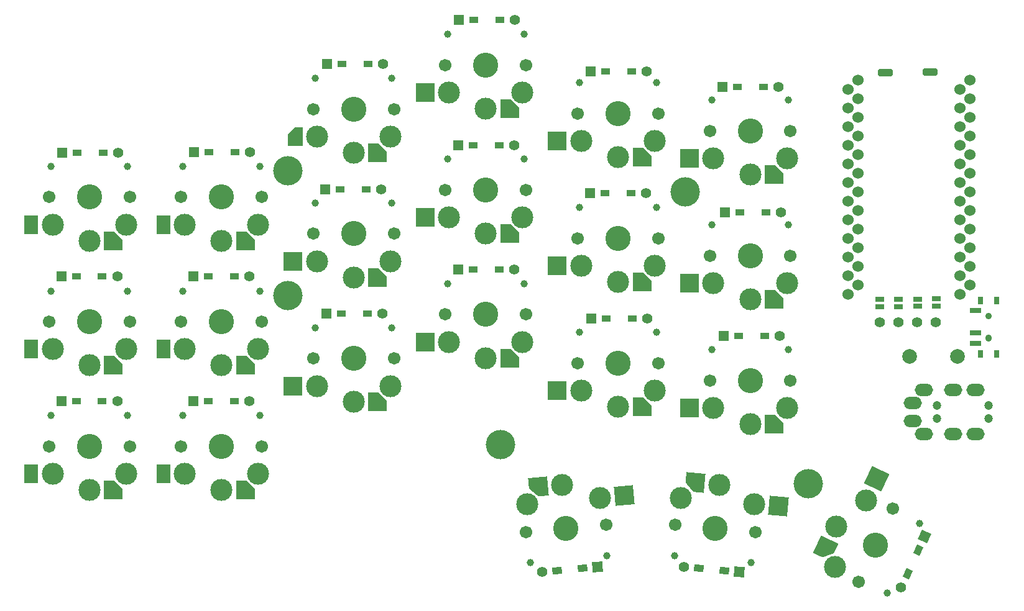
<source format=gbs>
%TF.GenerationSoftware,KiCad,Pcbnew,6.0.8-f2edbf62ab~116~ubuntu22.04.1*%
%TF.CreationDate,2022-10-26T10:02:15+11:00*%
%TF.ProjectId,banach,62616e61-6368-42e6-9b69-6361645f7063,rev1.0*%
%TF.SameCoordinates,Original*%
%TF.FileFunction,Soldermask,Bot*%
%TF.FilePolarity,Negative*%
%FSLAX46Y46*%
G04 Gerber Fmt 4.6, Leading zero omitted, Abs format (unit mm)*
G04 Created by KiCad (PCBNEW 6.0.8-f2edbf62ab~116~ubuntu22.04.1) date 2022-10-26 10:02:15*
%MOMM*%
%LPD*%
G01*
G04 APERTURE LIST*
G04 Aperture macros list*
%AMRoundRect*
0 Rectangle with rounded corners*
0 $1 Rounding radius*
0 $2 $3 $4 $5 $6 $7 $8 $9 X,Y pos of 4 corners*
0 Add a 4 corners polygon primitive as box body*
4,1,4,$2,$3,$4,$5,$6,$7,$8,$9,$2,$3,0*
0 Add four circle primitives for the rounded corners*
1,1,$1+$1,$2,$3*
1,1,$1+$1,$4,$5*
1,1,$1+$1,$6,$7*
1,1,$1+$1,$8,$9*
0 Add four rect primitives between the rounded corners*
20,1,$1+$1,$2,$3,$4,$5,0*
20,1,$1+$1,$4,$5,$6,$7,0*
20,1,$1+$1,$6,$7,$8,$9,0*
20,1,$1+$1,$8,$9,$2,$3,0*%
%AMRotRect*
0 Rectangle, with rotation*
0 The origin of the aperture is its center*
0 $1 length*
0 $2 width*
0 $3 Rotation angle, in degrees counterclockwise*
0 Add horizontal line*
21,1,$1,$2,0,0,$3*%
%AMOutline5P*
0 Free polygon, 5 corners , with rotation*
0 The origin of the aperture is its center*
0 number of corners: always 5*
0 $1 to $10 corner X, Y*
0 $11 Rotation angle, in degrees counterclockwise*
0 create outline with 5 corners*
4,1,5,$1,$2,$3,$4,$5,$6,$7,$8,$9,$10,$1,$2,$11*%
%AMOutline6P*
0 Free polygon, 6 corners , with rotation*
0 The origin of the aperture is its center*
0 number of corners: always 6*
0 $1 to $12 corner X, Y*
0 $13 Rotation angle, in degrees counterclockwise*
0 create outline with 6 corners*
4,1,6,$1,$2,$3,$4,$5,$6,$7,$8,$9,$10,$11,$12,$1,$2,$13*%
%AMOutline7P*
0 Free polygon, 7 corners , with rotation*
0 The origin of the aperture is its center*
0 number of corners: always 7*
0 $1 to $14 corner X, Y*
0 $15 Rotation angle, in degrees counterclockwise*
0 create outline with 7 corners*
4,1,7,$1,$2,$3,$4,$5,$6,$7,$8,$9,$10,$11,$12,$13,$14,$1,$2,$15*%
%AMOutline8P*
0 Free polygon, 8 corners , with rotation*
0 The origin of the aperture is its center*
0 number of corners: always 8*
0 $1 to $16 corner X, Y*
0 $17 Rotation angle, in degrees counterclockwise*
0 create outline with 8 corners*
4,1,8,$1,$2,$3,$4,$5,$6,$7,$8,$9,$10,$11,$12,$13,$14,$15,$16,$1,$2,$17*%
G04 Aperture macros list end*
%ADD10R,1.397000X1.397000*%
%ADD11R,1.300000X0.950000*%
%ADD12C,1.397000*%
%ADD13RotRect,1.300000X0.950000X185.000000*%
%ADD14RotRect,1.397000X1.397000X185.000000*%
%ADD15RotRect,1.300000X0.950000X175.000000*%
%ADD16RotRect,1.397000X1.397000X175.000000*%
%ADD17RotRect,1.300000X0.950000X245.000000*%
%ADD18RotRect,1.397000X1.397000X245.000000*%
%ADD19C,1.200000*%
%ADD20O,2.500000X1.700000*%
%ADD21C,1.701800*%
%ADD22C,3.429000*%
%ADD23C,3.000000*%
%ADD24C,0.990600*%
%ADD25Outline5P,-1.300000X1.300000X0.130000X1.300000X1.300000X0.130000X1.300000X-1.300000X-1.300000X-1.300000X0.000000*%
%ADD26R,1.875000X2.600000*%
%ADD27Outline5P,-1.025000X0.275000X0.000000X1.300000X1.025000X1.300000X1.025000X-1.300000X-1.025000X-1.300000X0.000000*%
%ADD28R,2.600000X2.600000*%
%ADD29Outline5P,-1.300000X1.300000X0.130000X1.300000X1.300000X0.130000X1.300000X-1.300000X-1.300000X-1.300000X185.000000*%
%ADD30RotRect,2.600000X2.600000X185.000000*%
%ADD31RotRect,2.600000X2.600000X175.000000*%
%ADD32Outline5P,-1.300000X1.300000X0.130000X1.300000X1.300000X0.130000X1.300000X-1.300000X-1.300000X-1.300000X175.000000*%
%ADD33RotRect,2.600000X2.600000X245.000000*%
%ADD34Outline5P,-1.300000X1.300000X0.130000X1.300000X1.300000X0.130000X1.300000X-1.300000X-1.300000X-1.300000X245.000000*%
%ADD35C,1.524000*%
%ADD36C,2.000000*%
%ADD37C,0.900000*%
%ADD38R,1.850000X2.600000*%
%ADD39R,1.143000X0.635000*%
%ADD40R,0.800000X1.000000*%
%ADD41R,1.500000X0.700000*%
%ADD42RoundRect,0.250000X-0.750000X0.250000X-0.750000X-0.250000X0.750000X-0.250000X0.750000X0.250000X0*%
%ADD43C,4.000000*%
G04 APERTURE END LIST*
D10*
%TO.C,D2*%
X82194400Y-64312800D03*
D11*
X84229400Y-64312800D03*
X87779400Y-64312800D03*
D12*
X89814400Y-64312800D03*
%TD*%
D10*
%TO.C,D3*%
X100279200Y-52273200D03*
D11*
X102314200Y-52273200D03*
D12*
X107899200Y-52273200D03*
D11*
X105864200Y-52273200D03*
%TD*%
D10*
%TO.C,D4*%
X118262400Y-46228000D03*
D11*
X120297400Y-46228000D03*
D12*
X125882400Y-46228000D03*
D11*
X123847400Y-46228000D03*
%TD*%
%TO.C,D5*%
X138229800Y-53289200D03*
D10*
X136194800Y-53289200D03*
D11*
X141779800Y-53289200D03*
D12*
X143814800Y-53289200D03*
%TD*%
D10*
%TO.C,D6*%
X154178000Y-55422800D03*
D11*
X156213000Y-55422800D03*
X159763000Y-55422800D03*
D12*
X161798000Y-55422800D03*
%TD*%
D10*
%TO.C,D8*%
X82092800Y-81229200D03*
D11*
X84127800Y-81229200D03*
D12*
X89712800Y-81229200D03*
D11*
X87677800Y-81229200D03*
%TD*%
D10*
%TO.C,D9*%
X100076000Y-69342000D03*
D11*
X102111000Y-69342000D03*
D12*
X107696000Y-69342000D03*
D11*
X105661000Y-69342000D03*
%TD*%
%TO.C,D10*%
X120195800Y-63347600D03*
D10*
X118160800Y-63347600D03*
D11*
X123745800Y-63347600D03*
D12*
X125780800Y-63347600D03*
%TD*%
D11*
%TO.C,D11*%
X138179000Y-69900800D03*
D10*
X136144000Y-69900800D03*
D12*
X143764000Y-69900800D03*
D11*
X141729000Y-69900800D03*
%TD*%
%TO.C,D12*%
X156517800Y-72491600D03*
D10*
X154482800Y-72491600D03*
D11*
X160067800Y-72491600D03*
D12*
X162102800Y-72491600D03*
%TD*%
D10*
%TO.C,D14*%
X82092800Y-98247200D03*
D11*
X84127800Y-98247200D03*
D12*
X89712800Y-98247200D03*
D11*
X87677800Y-98247200D03*
%TD*%
D10*
%TO.C,D15*%
X100177600Y-86309200D03*
D11*
X102212600Y-86309200D03*
D12*
X107797600Y-86309200D03*
D11*
X105762600Y-86309200D03*
%TD*%
D10*
%TO.C,D16*%
X118160800Y-80314800D03*
D11*
X120195800Y-80314800D03*
X123745800Y-80314800D03*
D12*
X125780800Y-80314800D03*
%TD*%
D10*
%TO.C,D17*%
X136245600Y-86969600D03*
D11*
X138280600Y-86969600D03*
D12*
X143865600Y-86969600D03*
D11*
X141830600Y-86969600D03*
%TD*%
%TO.C,D18*%
X156314600Y-89357200D03*
D10*
X154279600Y-89357200D03*
D11*
X159864600Y-89357200D03*
D12*
X161899600Y-89357200D03*
%TD*%
D13*
%TO.C,D19*%
X135118246Y-121003299D03*
D14*
X137145502Y-120825937D03*
D13*
X131581754Y-121312701D03*
D12*
X129554498Y-121490063D03*
%TD*%
D15*
%TO.C,D20*%
X154422246Y-121312701D03*
D16*
X156449502Y-121490063D03*
D12*
X148858498Y-120825937D03*
D15*
X150885754Y-121003299D03*
%TD*%
D12*
%TO.C,D21*%
X178475824Y-123595033D03*
D17*
X179335853Y-121750696D03*
X180836147Y-118533304D03*
D18*
X181696176Y-116688967D03*
%TD*%
D19*
%TO.C,J1*%
X190362600Y-98820000D03*
X183362600Y-98820000D03*
X190362600Y-100570000D03*
X183362600Y-100570000D03*
D20*
X180062600Y-100920000D03*
X180062600Y-98470000D03*
X188562600Y-102670000D03*
X188562600Y-96720000D03*
X185562600Y-96720000D03*
X185562600Y-102670000D03*
X181562600Y-96720000D03*
X181562600Y-102670000D03*
%TD*%
D21*
%TO.C,SW2*%
X91410000Y-70400000D03*
D22*
X85910000Y-70400000D03*
D23*
X80910000Y-74150000D03*
D24*
X91130000Y-66200000D03*
D23*
X85910000Y-76350000D03*
D24*
X80690000Y-66200000D03*
D21*
X80410000Y-70400000D03*
D23*
X90910000Y-74150000D03*
D25*
X89185000Y-76350000D03*
D26*
X78010000Y-74150000D03*
%TD*%
D24*
%TO.C,SW3*%
X98690000Y-54200000D03*
D21*
X109410000Y-58400000D03*
D23*
X103910000Y-64350000D03*
D24*
X109130000Y-54200000D03*
D23*
X98910000Y-62150000D03*
D22*
X103910000Y-58400000D03*
D23*
X108910000Y-62150000D03*
D21*
X98410000Y-58400000D03*
D25*
X107185000Y-64350000D03*
D27*
X95960000Y-62150000D03*
%TD*%
D22*
%TO.C,SW4*%
X121910000Y-52400000D03*
D21*
X116410000Y-52400000D03*
D24*
X127130000Y-48200000D03*
D23*
X121910000Y-58350000D03*
X116910000Y-56150000D03*
D24*
X116690000Y-48200000D03*
D21*
X127410000Y-52400000D03*
D23*
X126910000Y-56150000D03*
D25*
X125185000Y-58350000D03*
D28*
X113635000Y-56150000D03*
%TD*%
D21*
%TO.C,SW5*%
X145410000Y-59020000D03*
D23*
X134910000Y-62770000D03*
X139910000Y-64970000D03*
D24*
X134690000Y-54820000D03*
D22*
X139910000Y-59020000D03*
D24*
X145130000Y-54820000D03*
D21*
X134410000Y-59020000D03*
D23*
X144910000Y-62770000D03*
D25*
X143185000Y-64970000D03*
D28*
X131635000Y-62770000D03*
%TD*%
D23*
%TO.C,SW6*%
X152910000Y-65150000D03*
X157910000Y-67350000D03*
D24*
X152690000Y-57200000D03*
D22*
X157910000Y-61400000D03*
D21*
X152410000Y-61400000D03*
X163410000Y-61400000D03*
D23*
X162910000Y-65150000D03*
D24*
X163130000Y-57200000D03*
D25*
X161185000Y-67350000D03*
D28*
X149635000Y-65150000D03*
%TD*%
D23*
%TO.C,SW8*%
X90910000Y-91150000D03*
D21*
X91410000Y-87400000D03*
X80410000Y-87400000D03*
D23*
X80910000Y-91150000D03*
D24*
X80690000Y-83200000D03*
D23*
X85910000Y-93350000D03*
D24*
X91130000Y-83200000D03*
D22*
X85910000Y-87400000D03*
D25*
X89185000Y-93350000D03*
D26*
X78010000Y-91150000D03*
%TD*%
D21*
%TO.C,SW9*%
X98410000Y-75400000D03*
D24*
X109130000Y-71200000D03*
D22*
X103910000Y-75400000D03*
D21*
X109410000Y-75400000D03*
D23*
X108910000Y-79150000D03*
X98910000Y-79150000D03*
X103910000Y-81350000D03*
D24*
X98690000Y-71200000D03*
D25*
X107185000Y-81350000D03*
D28*
X95635000Y-79150000D03*
%TD*%
D23*
%TO.C,SW10*%
X121910000Y-75350000D03*
D21*
X116410000Y-69400000D03*
D24*
X127130000Y-65200000D03*
D21*
X127410000Y-69400000D03*
D24*
X116690000Y-65200000D03*
D22*
X121910000Y-69400000D03*
D23*
X116910000Y-73150000D03*
X126910000Y-73150000D03*
D25*
X125185000Y-75350000D03*
D28*
X113635000Y-73150000D03*
%TD*%
D23*
%TO.C,SW11*%
X134910000Y-79770000D03*
D24*
X134690000Y-71820000D03*
D23*
X144910000Y-79770000D03*
X139910000Y-81970000D03*
D21*
X134410000Y-76020000D03*
D22*
X139910000Y-76020000D03*
D21*
X145410000Y-76020000D03*
D24*
X145130000Y-71820000D03*
D25*
X143185000Y-81970000D03*
D28*
X131635000Y-79770000D03*
%TD*%
D21*
%TO.C,SW12*%
X163410000Y-78400000D03*
D23*
X162910000Y-82150000D03*
D21*
X152410000Y-78400000D03*
D24*
X152690000Y-74200000D03*
X163130000Y-74200000D03*
D23*
X157910000Y-84350000D03*
D22*
X157910000Y-78400000D03*
D23*
X152910000Y-82150000D03*
D25*
X161185000Y-84350000D03*
D28*
X149635000Y-82150000D03*
%TD*%
D24*
%TO.C,SW14*%
X91130000Y-100200000D03*
X80690000Y-100200000D03*
D23*
X90910000Y-108150000D03*
D21*
X91410000Y-104400000D03*
X80410000Y-104400000D03*
D22*
X85910000Y-104400000D03*
D23*
X80910000Y-108150000D03*
X85910000Y-110350000D03*
D25*
X89185000Y-110350000D03*
D26*
X78010000Y-108150000D03*
%TD*%
D23*
%TO.C,SW15*%
X103910000Y-98350000D03*
X98910000Y-96150000D03*
D24*
X98690000Y-88200000D03*
D21*
X109410000Y-92400000D03*
D23*
X108910000Y-96150000D03*
D21*
X98410000Y-92400000D03*
D24*
X109130000Y-88200000D03*
D22*
X103910000Y-92400000D03*
D25*
X107185000Y-98350000D03*
D28*
X95635000Y-96150000D03*
%TD*%
D22*
%TO.C,SW16*%
X121910000Y-86400000D03*
D23*
X116910000Y-90150000D03*
D24*
X116690000Y-82200000D03*
D23*
X126910000Y-90150000D03*
D21*
X127410000Y-86400000D03*
D24*
X127130000Y-82200000D03*
D21*
X116410000Y-86400000D03*
D23*
X121910000Y-92350000D03*
D25*
X125185000Y-92350000D03*
D28*
X113635000Y-90150000D03*
%TD*%
D24*
%TO.C,SW17*%
X145130000Y-88825000D03*
X134690000Y-88825000D03*
D21*
X134410000Y-93025000D03*
D23*
X139910000Y-98975000D03*
D21*
X145410000Y-93025000D03*
D23*
X134910000Y-96775000D03*
D22*
X139910000Y-93025000D03*
D23*
X144910000Y-96775000D03*
D25*
X143185000Y-98975000D03*
D28*
X131635000Y-96775000D03*
%TD*%
D23*
%TO.C,SW18*%
X157910000Y-101350000D03*
D22*
X157910000Y-95400000D03*
D21*
X163410000Y-95400000D03*
D23*
X152910000Y-99150000D03*
D24*
X152690000Y-91200000D03*
D23*
X162910000Y-99150000D03*
D21*
X152410000Y-95400000D03*
D24*
X163130000Y-91200000D03*
D25*
X161185000Y-101350000D03*
D28*
X149635000Y-99150000D03*
%TD*%
D24*
%TO.C,SW19*%
X138408190Y-119299065D03*
D23*
X132323423Y-109642642D03*
D21*
X127362929Y-116049357D03*
D23*
X137496139Y-111398491D03*
D22*
X132842000Y-115570000D03*
D21*
X138321071Y-115090643D03*
D23*
X127534192Y-112270049D03*
D24*
X128007918Y-120208971D03*
D29*
X129060886Y-109928077D03*
D30*
X140758677Y-111113056D03*
%TD*%
D31*
%TO.C,SW20*%
X161732345Y-112555484D03*
D32*
X150418039Y-109357206D03*
D21*
X158641071Y-116049357D03*
D24*
X147595810Y-119299065D03*
D21*
X147682929Y-115090643D03*
D23*
X158469808Y-112270049D03*
D22*
X153162000Y-115570000D03*
D23*
X148507861Y-111398491D03*
X153680577Y-109642642D03*
D24*
X157996082Y-120208971D03*
%TD*%
D33*
%TO.C,SW21*%
X175104512Y-108771485D03*
D34*
X168229394Y-118309579D03*
D24*
X176606425Y-124361923D03*
D22*
X175006000Y-117856000D03*
D23*
X169494254Y-120802720D03*
D21*
X177330400Y-112871307D03*
X172681600Y-122840693D03*
D24*
X181018560Y-114900070D03*
D23*
X169613469Y-115341421D03*
X173720437Y-111739643D03*
%TD*%
D35*
%TO.C,U1*%
X171270000Y-55719400D03*
X187816400Y-54449400D03*
X187816400Y-56989400D03*
X171270000Y-58259400D03*
X187816400Y-59529400D03*
X171270000Y-60799400D03*
X187816400Y-62069400D03*
X171270000Y-63339400D03*
X171270000Y-65879400D03*
X187816400Y-64609400D03*
X171270000Y-68419400D03*
X187816400Y-67149400D03*
X171270000Y-70959400D03*
X187816400Y-69689400D03*
X171270000Y-73499400D03*
X187816400Y-72229400D03*
X187816400Y-74769400D03*
X171270000Y-76039400D03*
X187816400Y-77309400D03*
X171270000Y-78579400D03*
X187816400Y-79849400D03*
X171270000Y-81119400D03*
X187816400Y-82389400D03*
X171270000Y-83659400D03*
X172596400Y-82389400D03*
X186510000Y-83659400D03*
X172596400Y-79849400D03*
X186510000Y-81119400D03*
X186510000Y-78579400D03*
X172596400Y-77309400D03*
X186510000Y-76039400D03*
X172596400Y-74769400D03*
X186510000Y-73499400D03*
X172596400Y-72229400D03*
X186510000Y-70959400D03*
X172596400Y-69689400D03*
X186510000Y-68419400D03*
X172596400Y-67149400D03*
X172596400Y-64609400D03*
X186510000Y-65879400D03*
X186510000Y-63339400D03*
X172596400Y-62069400D03*
X186510000Y-60799400D03*
X172596400Y-59529400D03*
X172596400Y-56989400D03*
X186510000Y-58259400D03*
X186510000Y-55719400D03*
X172596400Y-54449400D03*
%TD*%
D12*
%TO.C,J2*%
X175580000Y-87457400D03*
X178120000Y-87457400D03*
X180660000Y-87457400D03*
X183200000Y-87457400D03*
%TD*%
D36*
%TO.C,RSW1*%
X186150000Y-92150000D03*
X179650000Y-92150000D03*
%TD*%
D11*
%TO.C,D14*%
X66133800Y-98251200D03*
D10*
X64098800Y-98251200D03*
D12*
X71718800Y-98251200D03*
D11*
X69683800Y-98251200D03*
%TD*%
D37*
%TO.C,POWER*%
X190385000Y-89640000D03*
X190385000Y-86640000D03*
%TD*%
D10*
%TO.C,D2*%
X64200400Y-64316800D03*
D11*
X66235400Y-64316800D03*
X69785400Y-64316800D03*
D12*
X71820400Y-64316800D03*
%TD*%
D23*
%TO.C,SW2*%
X72916000Y-74154000D03*
D22*
X67916000Y-70404000D03*
D24*
X62696000Y-66204000D03*
X73136000Y-66204000D03*
D23*
X67916000Y-76354000D03*
D21*
X62416000Y-70404000D03*
X73416000Y-70404000D03*
D23*
X62916000Y-74154000D03*
D25*
X71191000Y-76354000D03*
D38*
X60016000Y-74154000D03*
%TD*%
D10*
%TO.C,D8*%
X64098800Y-81233200D03*
D11*
X66133800Y-81233200D03*
X69683800Y-81233200D03*
D12*
X71718800Y-81233200D03*
%TD*%
D23*
%TO.C,SW8*%
X62916000Y-91154000D03*
D21*
X73416000Y-87404000D03*
D22*
X67916000Y-87404000D03*
D21*
X62416000Y-87404000D03*
D23*
X67916000Y-93354000D03*
X72916000Y-91154000D03*
D24*
X73136000Y-83204000D03*
X62696000Y-83204000D03*
D25*
X71191000Y-93354000D03*
D26*
X60016000Y-91154000D03*
%TD*%
D23*
%TO.C,SW14*%
X72916000Y-108154000D03*
D24*
X73136000Y-100204000D03*
D23*
X67916000Y-110354000D03*
D21*
X62416000Y-104404000D03*
D22*
X67916000Y-104404000D03*
D24*
X62696000Y-100204000D03*
D23*
X62916000Y-108154000D03*
D21*
X73416000Y-104404000D03*
D25*
X71191000Y-110354000D03*
D26*
X60016000Y-108154000D03*
%TD*%
D39*
%TO.C,JP64*%
X178130000Y-84327020D03*
X178130000Y-85327780D03*
%TD*%
%TO.C,JP62*%
X175580000Y-84356620D03*
X175580000Y-85357380D03*
%TD*%
%TO.C,JP6*%
X183290000Y-84277020D03*
X183290000Y-85277780D03*
%TD*%
%TO.C,JP66*%
X180710000Y-84297020D03*
X180710000Y-85297780D03*
%TD*%
D40*
%TO.C,POWER*%
X191490000Y-91780000D03*
X189280000Y-91780000D03*
D37*
X190390000Y-86630000D03*
X190390000Y-89630000D03*
D40*
X189280000Y-84480000D03*
X191490000Y-84480000D03*
D41*
X188630000Y-85880000D03*
X188630000Y-88880000D03*
X188630000Y-90380000D03*
%TD*%
D42*
%TO.C,+ve*%
X176310000Y-53430000D03*
%TD*%
%TO.C,-ve*%
X182390000Y-53340000D03*
%TD*%
D43*
%TO.C,h6*%
X95000000Y-66802000D03*
%TD*%
%TO.C,h7*%
X149100000Y-69700000D03*
%TD*%
%TO.C,h4*%
X123952000Y-104140000D03*
%TD*%
%TO.C,h3*%
X165862000Y-109474000D03*
%TD*%
%TO.C,h5*%
X95000000Y-83820000D03*
%TD*%
M02*

</source>
